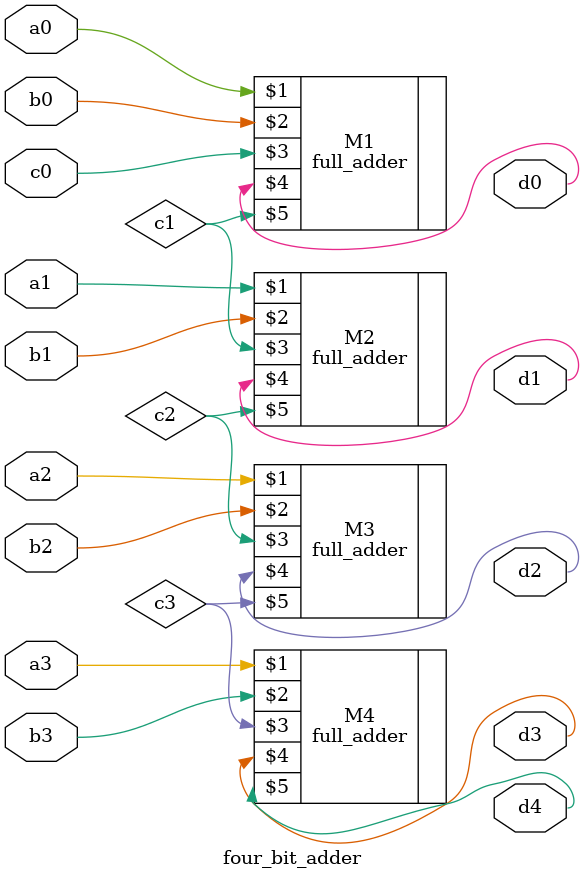
<source format=v>

`include "full_adder.v"

module four_bit_adder(a0, a1, a2, a3, b0, b1, b2, b3, c0,
    d0, d1, d2, d3, d4);

  input a0, a1, a2, a3, b0, b1, b2, b3, c0;
  wire a0, a1, a2, a3, b0, b1, b2, b3, c0;

  output d0, d1, d2, d3, d4;
  wire d0, d1, d2, d3, d4;

  wire c1, c2, c3;

  full_adder M1 (a0, b0, c0, d0, c1);
  full_adder M2 (a1, b1, c1, d1, c2);
  full_adder M3 (a2, b2, c2, d2, c3);
  full_adder M4 (a3, b3, c3, d3, d4);

endmodule

</source>
